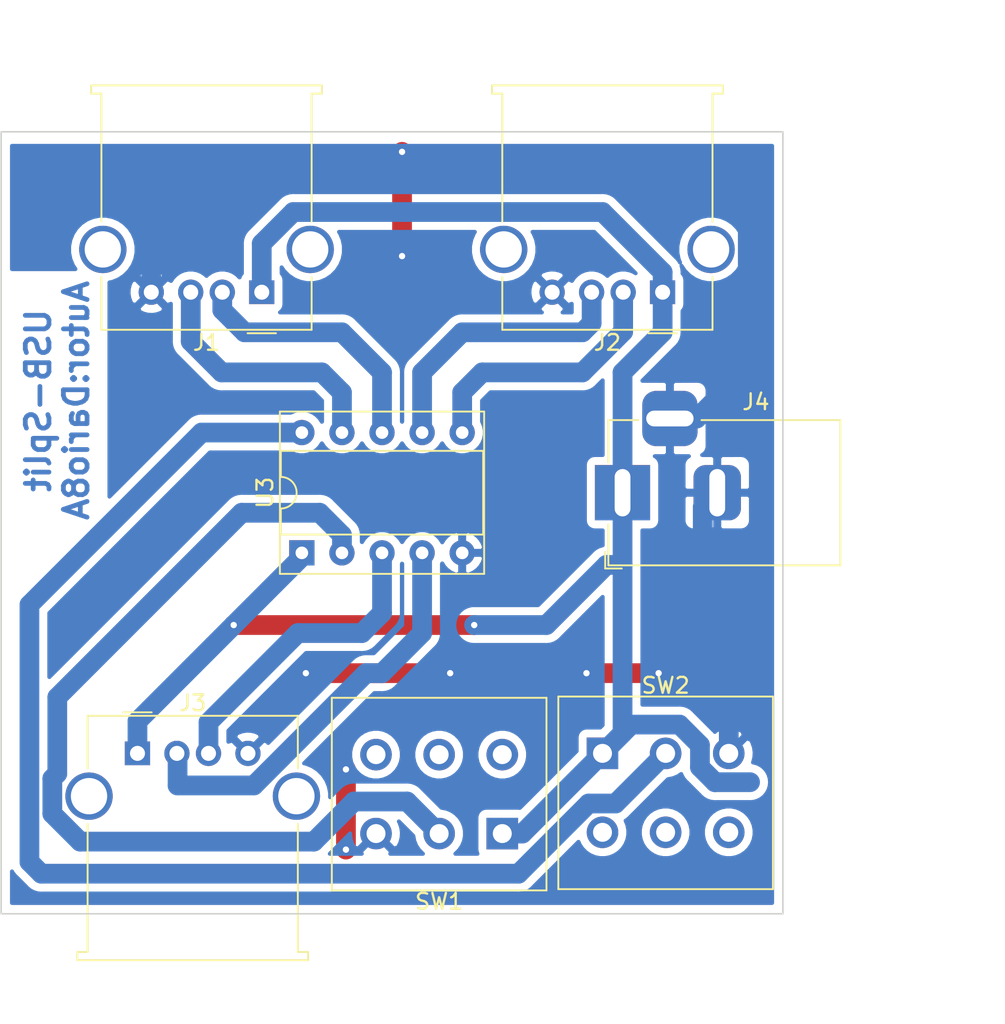
<source format=kicad_pcb>
(kicad_pcb (version 20171130) (host pcbnew "(5.1.6)-1")

  (general
    (thickness 1.6)
    (drawings 8)
    (tracks 105)
    (zones 0)
    (modules 7)
    (nets 20)
  )

  (page A4)
  (layers
    (0 F.Cu signal)
    (31 B.Cu signal)
    (32 B.Adhes user)
    (33 F.Adhes user)
    (34 B.Paste user)
    (35 F.Paste user)
    (36 B.SilkS user)
    (37 F.SilkS user)
    (38 B.Mask user)
    (39 F.Mask user)
    (40 Dwgs.User user)
    (41 Cmts.User user)
    (42 Eco1.User user)
    (43 Eco2.User user)
    (44 Edge.Cuts user)
    (45 Margin user)
    (46 B.CrtYd user)
    (47 F.CrtYd user)
    (48 B.Fab user)
    (49 F.Fab user)
  )

  (setup
    (last_trace_width 1.25)
    (user_trace_width 1.25)
    (trace_clearance 0.2)
    (zone_clearance 0.508)
    (zone_45_only no)
    (trace_min 0.2)
    (via_size 0.8)
    (via_drill 0.4)
    (via_min_size 0.4)
    (via_min_drill 0.3)
    (uvia_size 0.3)
    (uvia_drill 0.1)
    (uvias_allowed no)
    (uvia_min_size 0.2)
    (uvia_min_drill 0.1)
    (edge_width 0.1)
    (segment_width 0.2)
    (pcb_text_width 0.3)
    (pcb_text_size 1.5 1.5)
    (mod_edge_width 0.15)
    (mod_text_size 1 1)
    (mod_text_width 0.15)
    (pad_size 1.524 1.524)
    (pad_drill 0.762)
    (pad_to_mask_clearance 0)
    (aux_axis_origin 0 0)
    (visible_elements FFFFFF7F)
    (pcbplotparams
      (layerselection 0x010fc_ffffffff)
      (usegerberextensions false)
      (usegerberattributes true)
      (usegerberadvancedattributes true)
      (creategerberjobfile true)
      (excludeedgelayer true)
      (linewidth 0.100000)
      (plotframeref false)
      (viasonmask false)
      (mode 1)
      (useauxorigin false)
      (hpglpennumber 1)
      (hpglpenspeed 20)
      (hpglpendiameter 15.000000)
      (psnegative false)
      (psa4output false)
      (plotreference true)
      (plotvalue true)
      (plotinvisibletext false)
      (padsonsilk false)
      (subtractmaskfromsilk false)
      (outputformat 1)
      (mirror false)
      (drillshape 1)
      (scaleselection 1)
      (outputdirectory ""))
  )

  (net 0 "")
  (net 1 "Net-(J1-Pad5)")
  (net 2 VDD)
  (net 3 "Net-(J1-Pad2)")
  (net 4 "Net-(J1-Pad3)")
  (net 5 Earth)
  (net 6 "Net-(J2-Pad5)")
  (net 7 "Net-(J2-Pad2)")
  (net 8 "Net-(J2-Pad3)")
  (net 9 "Net-(J3-Pad3)")
  (net 10 "Net-(J3-Pad2)")
  (net 11 "Net-(J3-Pad5)")
  (net 12 "Net-(SW1-Pad2)")
  (net 13 "Net-(SW1-Pad4)")
  (net 14 "Net-(SW1-Pad5)")
  (net 15 "Net-(SW1-Pad6)")
  (net 16 "Net-(SW2-Pad6)")
  (net 17 "Net-(SW2-Pad5)")
  (net 18 "Net-(SW2-Pad4)")
  (net 19 "Net-(SW2-Pad2)")

  (net_class Default "Esta es la clase de red por defecto."
    (clearance 0.2)
    (trace_width 0.25)
    (via_dia 0.8)
    (via_drill 0.4)
    (uvia_dia 0.3)
    (uvia_drill 0.1)
    (add_net Earth)
    (add_net "Net-(J1-Pad2)")
    (add_net "Net-(J1-Pad3)")
    (add_net "Net-(J1-Pad5)")
    (add_net "Net-(J2-Pad2)")
    (add_net "Net-(J2-Pad3)")
    (add_net "Net-(J2-Pad5)")
    (add_net "Net-(J3-Pad2)")
    (add_net "Net-(J3-Pad3)")
    (add_net "Net-(J3-Pad5)")
    (add_net "Net-(SW1-Pad2)")
    (add_net "Net-(SW1-Pad4)")
    (add_net "Net-(SW1-Pad5)")
    (add_net "Net-(SW1-Pad6)")
    (add_net "Net-(SW2-Pad2)")
    (add_net "Net-(SW2-Pad4)")
    (add_net "Net-(SW2-Pad5)")
    (add_net "Net-(SW2-Pad6)")
    (add_net VDD)
  )

  (module Connector_USB:USB_A_Molex_67643_Horizontal (layer F.Cu) (tedit 5EA03975) (tstamp 5F9A0DB8)
    (at 46.736 76.2)
    (descr "USB type A, Horizontal, https://www.molex.com/pdm_docs/sd/676433910_sd.pdf")
    (tags "USB_A Female Connector receptacle")
    (path /5F3E4751)
    (fp_text reference J3 (at 3.5 -3.19) (layer F.SilkS)
      (effects (font (size 1 1) (thickness 0.15)))
    )
    (fp_text value USB_A (at 3.5 14.5) (layer F.Fab)
      (effects (font (size 1 1) (thickness 0.15)))
    )
    (fp_arc (start 10.07 2.71) (end 10.55 4.66) (angle -152.3426981) (layer F.CrtYd) (width 0.05))
    (fp_arc (start -3.07 2.71) (end -3.55 0.76) (angle -152.3426981) (layer F.CrtYd) (width 0.05))
    (fp_text user %R (at 3.5 3.7) (layer F.Fab)
      (effects (font (size 1 1) (thickness 0.15)))
    )
    (fp_line (start -3.05 -2.27) (end 10.05 -2.27) (layer F.Fab) (width 0.1))
    (fp_line (start 10.05 -2.27) (end 10.05 12.69) (layer F.Fab) (width 0.1))
    (fp_line (start -3.16 12.58) (end -3.16 4.47) (layer F.SilkS) (width 0.12))
    (fp_line (start -3.16 12.58) (end -3.81 12.58) (layer F.SilkS) (width 0.12))
    (fp_line (start -3.7 12.69) (end -3.7 12.99) (layer F.Fab) (width 0.1))
    (fp_line (start -3.7 12.99) (end 10.7 12.99) (layer F.Fab) (width 0.1))
    (fp_line (start 10.7 12.99) (end 10.7 12.69) (layer F.Fab) (width 0.1))
    (fp_line (start 10.7 12.69) (end 10.05 12.69) (layer F.Fab) (width 0.1))
    (fp_line (start -3.05 9.27) (end 10.05 9.27) (layer F.Fab) (width 0.1))
    (fp_line (start -3.55 -2.77) (end 10.55 -2.77) (layer F.CrtYd) (width 0.05))
    (fp_line (start 10.55 -2.77) (end 10.55 0.76) (layer F.CrtYd) (width 0.05))
    (fp_line (start -3.55 -2.77) (end -3.55 0.76) (layer F.CrtYd) (width 0.05))
    (fp_line (start -4.2 13.49) (end 11.2 13.49) (layer F.CrtYd) (width 0.05))
    (fp_line (start 11.2 13.49) (end 11.2 12.19) (layer F.CrtYd) (width 0.05))
    (fp_line (start 11.2 12.19) (end 10.55 12.19) (layer F.CrtYd) (width 0.05))
    (fp_line (start 10.55 12.19) (end 10.55 4.66) (layer F.CrtYd) (width 0.05))
    (fp_line (start -4.2 13.49) (end -4.2 12.19) (layer F.CrtYd) (width 0.05))
    (fp_line (start -4.2 12.19) (end -3.55 12.19) (layer F.CrtYd) (width 0.05))
    (fp_line (start -3.55 12.19) (end -3.55 4.66) (layer F.CrtYd) (width 0.05))
    (fp_line (start -3.16 -2.38) (end 10.16 -2.38) (layer F.SilkS) (width 0.12))
    (fp_line (start -3.16 -2.38) (end -3.16 0.95) (layer F.SilkS) (width 0.12))
    (fp_line (start 10.16 -2.38) (end 10.16 0.95) (layer F.SilkS) (width 0.12))
    (fp_line (start -3.05 12.69) (end -3.05 -2.27) (layer F.Fab) (width 0.1))
    (fp_line (start 10.81 13.1) (end 10.81 12.58) (layer F.SilkS) (width 0.12))
    (fp_line (start -3.81 13.1) (end 10.81 13.1) (layer F.SilkS) (width 0.12))
    (fp_line (start 10.16 4.47) (end 10.16 12.58) (layer F.SilkS) (width 0.12))
    (fp_line (start -3.81 12.58) (end -3.81 13.1) (layer F.SilkS) (width 0.12))
    (fp_line (start 10.81 12.58) (end 10.16 12.58) (layer F.SilkS) (width 0.12))
    (fp_line (start -3.05 12.69) (end -3.7 12.69) (layer F.Fab) (width 0.1))
    (fp_line (start -0.9 -2.6) (end 0.9 -2.6) (layer F.SilkS) (width 0.12))
    (fp_line (start -1 -2.27) (end 0 -1.27) (layer F.Fab) (width 0.1))
    (fp_line (start 0 -1.27) (end 1 -2.27) (layer F.Fab) (width 0.1))
    (pad 4 thru_hole circle (at 7 0) (size 1.6 1.6) (drill 0.95) (layers *.Cu *.Mask)
      (net 5 Earth))
    (pad 3 thru_hole circle (at 4.5 0) (size 1.6 1.6) (drill 0.95) (layers *.Cu *.Mask)
      (net 9 "Net-(J3-Pad3)"))
    (pad 2 thru_hole circle (at 2.5 0) (size 1.6 1.6) (drill 0.95) (layers *.Cu *.Mask)
      (net 10 "Net-(J3-Pad2)"))
    (pad 1 thru_hole rect (at 0 0) (size 1.6 1.5) (drill 0.95) (layers *.Cu *.Mask)
      (net 2 VDD))
    (pad 5 thru_hole circle (at 10.07 2.71) (size 3 3) (drill 2.3) (layers *.Cu *.Mask)
      (net 11 "Net-(J3-Pad5)"))
    (pad 5 thru_hole circle (at -3.07 2.71) (size 3 3) (drill 2.3) (layers *.Cu *.Mask)
      (net 11 "Net-(J3-Pad5)"))
    (model ${KISYS3DMOD}/Connector_USB.3dshapes/USB_A_Molex_67643_Horizontal.wrl
      (at (xyz 0 0 0))
      (scale (xyz 1 1 1))
      (rotate (xyz 0 0 0))
    )
  )

  (module Connector_USB:USB_A_Molex_67643_Horizontal (layer F.Cu) (tedit 5EA03975) (tstamp 5F9A0EC0)
    (at 54.61 46.99 180)
    (descr "USB type A, Horizontal, https://www.molex.com/pdm_docs/sd/676433910_sd.pdf")
    (tags "USB_A Female Connector receptacle")
    (path /5F3E2BDD)
    (fp_text reference J1 (at 3.5 -3.19) (layer F.SilkS)
      (effects (font (size 1 1) (thickness 0.15)))
    )
    (fp_text value USB_A (at 3.5 14.5) (layer F.Fab)
      (effects (font (size 1 1) (thickness 0.15)))
    )
    (fp_line (start 0 -1.27) (end 1 -2.27) (layer F.Fab) (width 0.1))
    (fp_line (start -1 -2.27) (end 0 -1.27) (layer F.Fab) (width 0.1))
    (fp_line (start -0.9 -2.6) (end 0.9 -2.6) (layer F.SilkS) (width 0.12))
    (fp_line (start -3.05 12.69) (end -3.7 12.69) (layer F.Fab) (width 0.1))
    (fp_line (start 10.81 12.58) (end 10.16 12.58) (layer F.SilkS) (width 0.12))
    (fp_line (start -3.81 12.58) (end -3.81 13.1) (layer F.SilkS) (width 0.12))
    (fp_line (start 10.16 4.47) (end 10.16 12.58) (layer F.SilkS) (width 0.12))
    (fp_line (start -3.81 13.1) (end 10.81 13.1) (layer F.SilkS) (width 0.12))
    (fp_line (start 10.81 13.1) (end 10.81 12.58) (layer F.SilkS) (width 0.12))
    (fp_line (start -3.05 12.69) (end -3.05 -2.27) (layer F.Fab) (width 0.1))
    (fp_line (start 10.16 -2.38) (end 10.16 0.95) (layer F.SilkS) (width 0.12))
    (fp_line (start -3.16 -2.38) (end -3.16 0.95) (layer F.SilkS) (width 0.12))
    (fp_line (start -3.16 -2.38) (end 10.16 -2.38) (layer F.SilkS) (width 0.12))
    (fp_line (start -3.55 12.19) (end -3.55 4.66) (layer F.CrtYd) (width 0.05))
    (fp_line (start -4.2 12.19) (end -3.55 12.19) (layer F.CrtYd) (width 0.05))
    (fp_line (start -4.2 13.49) (end -4.2 12.19) (layer F.CrtYd) (width 0.05))
    (fp_line (start 10.55 12.19) (end 10.55 4.66) (layer F.CrtYd) (width 0.05))
    (fp_line (start 11.2 12.19) (end 10.55 12.19) (layer F.CrtYd) (width 0.05))
    (fp_line (start 11.2 13.49) (end 11.2 12.19) (layer F.CrtYd) (width 0.05))
    (fp_line (start -4.2 13.49) (end 11.2 13.49) (layer F.CrtYd) (width 0.05))
    (fp_line (start -3.55 -2.77) (end -3.55 0.76) (layer F.CrtYd) (width 0.05))
    (fp_line (start 10.55 -2.77) (end 10.55 0.76) (layer F.CrtYd) (width 0.05))
    (fp_line (start -3.55 -2.77) (end 10.55 -2.77) (layer F.CrtYd) (width 0.05))
    (fp_line (start -3.05 9.27) (end 10.05 9.27) (layer F.Fab) (width 0.1))
    (fp_line (start 10.7 12.69) (end 10.05 12.69) (layer F.Fab) (width 0.1))
    (fp_line (start 10.7 12.99) (end 10.7 12.69) (layer F.Fab) (width 0.1))
    (fp_line (start -3.7 12.99) (end 10.7 12.99) (layer F.Fab) (width 0.1))
    (fp_line (start -3.7 12.69) (end -3.7 12.99) (layer F.Fab) (width 0.1))
    (fp_line (start -3.16 12.58) (end -3.81 12.58) (layer F.SilkS) (width 0.12))
    (fp_line (start -3.16 12.58) (end -3.16 4.47) (layer F.SilkS) (width 0.12))
    (fp_line (start 10.05 -2.27) (end 10.05 12.69) (layer F.Fab) (width 0.1))
    (fp_line (start -3.05 -2.27) (end 10.05 -2.27) (layer F.Fab) (width 0.1))
    (fp_text user %R (at 3.5 3.7) (layer F.Fab)
      (effects (font (size 1 1) (thickness 0.15)))
    )
    (fp_arc (start -3.07 2.71) (end -3.55 0.76) (angle -152.3426981) (layer F.CrtYd) (width 0.05))
    (fp_arc (start 10.07 2.71) (end 10.55 4.66) (angle -152.3426981) (layer F.CrtYd) (width 0.05))
    (pad 5 thru_hole circle (at -3.07 2.71 180) (size 3 3) (drill 2.3) (layers *.Cu *.Mask)
      (net 1 "Net-(J1-Pad5)"))
    (pad 5 thru_hole circle (at 10.07 2.71 180) (size 3 3) (drill 2.3) (layers *.Cu *.Mask)
      (net 1 "Net-(J1-Pad5)"))
    (pad 1 thru_hole rect (at 0 0 180) (size 1.6 1.5) (drill 0.95) (layers *.Cu *.Mask)
      (net 2 VDD))
    (pad 2 thru_hole circle (at 2.5 0 180) (size 1.6 1.6) (drill 0.95) (layers *.Cu *.Mask)
      (net 3 "Net-(J1-Pad2)"))
    (pad 3 thru_hole circle (at 4.5 0 180) (size 1.6 1.6) (drill 0.95) (layers *.Cu *.Mask)
      (net 4 "Net-(J1-Pad3)"))
    (pad 4 thru_hole circle (at 7 0 180) (size 1.6 1.6) (drill 0.95) (layers *.Cu *.Mask)
      (net 5 Earth))
    (model ${KISYS3DMOD}/Connector_USB.3dshapes/USB_A_Molex_67643_Horizontal.wrl
      (at (xyz 0 0 0))
      (scale (xyz 1 1 1))
      (rotate (xyz 0 0 0))
    )
  )

  (module Connector_USB:USB_A_Molex_67643_Horizontal (layer F.Cu) (tedit 5EA03975) (tstamp 5F9A0E3C)
    (at 80.01 46.99 180)
    (descr "USB type A, Horizontal, https://www.molex.com/pdm_docs/sd/676433910_sd.pdf")
    (tags "USB_A Female Connector receptacle")
    (path /5F3EFF0B)
    (fp_text reference J2 (at 3.5 -3.19) (layer F.SilkS)
      (effects (font (size 1 1) (thickness 0.15)))
    )
    (fp_text value USB_A (at 3.5 14.5) (layer F.Fab)
      (effects (font (size 1 1) (thickness 0.15)))
    )
    (fp_line (start 0 -1.27) (end 1 -2.27) (layer F.Fab) (width 0.1))
    (fp_line (start -1 -2.27) (end 0 -1.27) (layer F.Fab) (width 0.1))
    (fp_line (start -0.9 -2.6) (end 0.9 -2.6) (layer F.SilkS) (width 0.12))
    (fp_line (start -3.05 12.69) (end -3.7 12.69) (layer F.Fab) (width 0.1))
    (fp_line (start 10.81 12.58) (end 10.16 12.58) (layer F.SilkS) (width 0.12))
    (fp_line (start -3.81 12.58) (end -3.81 13.1) (layer F.SilkS) (width 0.12))
    (fp_line (start 10.16 4.47) (end 10.16 12.58) (layer F.SilkS) (width 0.12))
    (fp_line (start -3.81 13.1) (end 10.81 13.1) (layer F.SilkS) (width 0.12))
    (fp_line (start 10.81 13.1) (end 10.81 12.58) (layer F.SilkS) (width 0.12))
    (fp_line (start -3.05 12.69) (end -3.05 -2.27) (layer F.Fab) (width 0.1))
    (fp_line (start 10.16 -2.38) (end 10.16 0.95) (layer F.SilkS) (width 0.12))
    (fp_line (start -3.16 -2.38) (end -3.16 0.95) (layer F.SilkS) (width 0.12))
    (fp_line (start -3.16 -2.38) (end 10.16 -2.38) (layer F.SilkS) (width 0.12))
    (fp_line (start -3.55 12.19) (end -3.55 4.66) (layer F.CrtYd) (width 0.05))
    (fp_line (start -4.2 12.19) (end -3.55 12.19) (layer F.CrtYd) (width 0.05))
    (fp_line (start -4.2 13.49) (end -4.2 12.19) (layer F.CrtYd) (width 0.05))
    (fp_line (start 10.55 12.19) (end 10.55 4.66) (layer F.CrtYd) (width 0.05))
    (fp_line (start 11.2 12.19) (end 10.55 12.19) (layer F.CrtYd) (width 0.05))
    (fp_line (start 11.2 13.49) (end 11.2 12.19) (layer F.CrtYd) (width 0.05))
    (fp_line (start -4.2 13.49) (end 11.2 13.49) (layer F.CrtYd) (width 0.05))
    (fp_line (start -3.55 -2.77) (end -3.55 0.76) (layer F.CrtYd) (width 0.05))
    (fp_line (start 10.55 -2.77) (end 10.55 0.76) (layer F.CrtYd) (width 0.05))
    (fp_line (start -3.55 -2.77) (end 10.55 -2.77) (layer F.CrtYd) (width 0.05))
    (fp_line (start -3.05 9.27) (end 10.05 9.27) (layer F.Fab) (width 0.1))
    (fp_line (start 10.7 12.69) (end 10.05 12.69) (layer F.Fab) (width 0.1))
    (fp_line (start 10.7 12.99) (end 10.7 12.69) (layer F.Fab) (width 0.1))
    (fp_line (start -3.7 12.99) (end 10.7 12.99) (layer F.Fab) (width 0.1))
    (fp_line (start -3.7 12.69) (end -3.7 12.99) (layer F.Fab) (width 0.1))
    (fp_line (start -3.16 12.58) (end -3.81 12.58) (layer F.SilkS) (width 0.12))
    (fp_line (start -3.16 12.58) (end -3.16 4.47) (layer F.SilkS) (width 0.12))
    (fp_line (start 10.05 -2.27) (end 10.05 12.69) (layer F.Fab) (width 0.1))
    (fp_line (start -3.05 -2.27) (end 10.05 -2.27) (layer F.Fab) (width 0.1))
    (fp_text user %R (at 3.5 3.7) (layer F.Fab)
      (effects (font (size 1 1) (thickness 0.15)))
    )
    (fp_arc (start -3.07 2.71) (end -3.55 0.76) (angle -152.3426981) (layer F.CrtYd) (width 0.05))
    (fp_arc (start 10.07 2.71) (end 10.55 4.66) (angle -152.3426981) (layer F.CrtYd) (width 0.05))
    (pad 5 thru_hole circle (at -3.07 2.71 180) (size 3 3) (drill 2.3) (layers *.Cu *.Mask)
      (net 6 "Net-(J2-Pad5)"))
    (pad 5 thru_hole circle (at 10.07 2.71 180) (size 3 3) (drill 2.3) (layers *.Cu *.Mask)
      (net 6 "Net-(J2-Pad5)"))
    (pad 1 thru_hole rect (at 0 0 180) (size 1.6 1.5) (drill 0.95) (layers *.Cu *.Mask)
      (net 2 VDD))
    (pad 2 thru_hole circle (at 2.5 0 180) (size 1.6 1.6) (drill 0.95) (layers *.Cu *.Mask)
      (net 7 "Net-(J2-Pad2)"))
    (pad 3 thru_hole circle (at 4.5 0 180) (size 1.6 1.6) (drill 0.95) (layers *.Cu *.Mask)
      (net 8 "Net-(J2-Pad3)"))
    (pad 4 thru_hole circle (at 7 0 180) (size 1.6 1.6) (drill 0.95) (layers *.Cu *.Mask)
      (net 5 Earth))
    (model ${KISYS3DMOD}/Connector_USB.3dshapes/USB_A_Molex_67643_Horizontal.wrl
      (at (xyz 0 0 0))
      (scale (xyz 1 1 1))
      (rotate (xyz 0 0 0))
    )
  )

  (module Connector_BarrelJack:BarrelJack_Horizontal (layer F.Cu) (tedit 5A1DBF6A) (tstamp 5F9A0D48)
    (at 77.47 59.69 180)
    (descr "DC Barrel Jack")
    (tags "Power Jack")
    (path /5F99CECB)
    (fp_text reference J4 (at -8.45 5.75) (layer F.SilkS)
      (effects (font (size 1 1) (thickness 0.15)))
    )
    (fp_text value Barrel_Jack_Switch (at -6.2 -5.5) (layer F.Fab)
      (effects (font (size 1 1) (thickness 0.15)))
    )
    (fp_line (start 0 -4.5) (end -13.7 -4.5) (layer F.Fab) (width 0.1))
    (fp_line (start 0.8 4.5) (end 0.8 -3.75) (layer F.Fab) (width 0.1))
    (fp_line (start -13.7 4.5) (end 0.8 4.5) (layer F.Fab) (width 0.1))
    (fp_line (start -13.7 -4.5) (end -13.7 4.5) (layer F.Fab) (width 0.1))
    (fp_line (start -10.2 -4.5) (end -10.2 4.5) (layer F.Fab) (width 0.1))
    (fp_line (start 0.9 -4.6) (end 0.9 -2) (layer F.SilkS) (width 0.12))
    (fp_line (start -13.8 -4.6) (end 0.9 -4.6) (layer F.SilkS) (width 0.12))
    (fp_line (start 0.9 4.6) (end -1 4.6) (layer F.SilkS) (width 0.12))
    (fp_line (start 0.9 1.9) (end 0.9 4.6) (layer F.SilkS) (width 0.12))
    (fp_line (start -13.8 4.6) (end -13.8 -4.6) (layer F.SilkS) (width 0.12))
    (fp_line (start -5 4.6) (end -13.8 4.6) (layer F.SilkS) (width 0.12))
    (fp_line (start -14 4.75) (end -14 -4.75) (layer F.CrtYd) (width 0.05))
    (fp_line (start -5 4.75) (end -14 4.75) (layer F.CrtYd) (width 0.05))
    (fp_line (start -5 6.75) (end -5 4.75) (layer F.CrtYd) (width 0.05))
    (fp_line (start -1 6.75) (end -5 6.75) (layer F.CrtYd) (width 0.05))
    (fp_line (start -1 4.75) (end -1 6.75) (layer F.CrtYd) (width 0.05))
    (fp_line (start 1 4.75) (end -1 4.75) (layer F.CrtYd) (width 0.05))
    (fp_line (start 1 2) (end 1 4.75) (layer F.CrtYd) (width 0.05))
    (fp_line (start 2 2) (end 1 2) (layer F.CrtYd) (width 0.05))
    (fp_line (start 2 -2) (end 2 2) (layer F.CrtYd) (width 0.05))
    (fp_line (start 1 -2) (end 2 -2) (layer F.CrtYd) (width 0.05))
    (fp_line (start 1 -4.5) (end 1 -2) (layer F.CrtYd) (width 0.05))
    (fp_line (start 1 -4.75) (end -14 -4.75) (layer F.CrtYd) (width 0.05))
    (fp_line (start 1 -4.5) (end 1 -4.75) (layer F.CrtYd) (width 0.05))
    (fp_line (start 0.05 -4.8) (end 1.1 -4.8) (layer F.SilkS) (width 0.12))
    (fp_line (start 1.1 -3.75) (end 1.1 -4.8) (layer F.SilkS) (width 0.12))
    (fp_line (start -0.003213 -4.505425) (end 0.8 -3.75) (layer F.Fab) (width 0.1))
    (fp_text user %R (at -3 -2.95) (layer F.Fab)
      (effects (font (size 1 1) (thickness 0.15)))
    )
    (pad 1 thru_hole rect (at 0 0 180) (size 3.5 3.5) (drill oval 1 3) (layers *.Cu *.Mask)
      (net 2 VDD))
    (pad 2 thru_hole roundrect (at -6 0 180) (size 3 3.5) (drill oval 1 3) (layers *.Cu *.Mask) (roundrect_rratio 0.25)
      (net 5 Earth))
    (pad 3 thru_hole roundrect (at -3 4.7 180) (size 3.5 3.5) (drill oval 3 1) (layers *.Cu *.Mask) (roundrect_rratio 0.25)
      (net 5 Earth))
    (model ${KISYS3DMOD}/Connector_BarrelJack.3dshapes/BarrelJack_Horizontal.wrl
      (at (xyz 0 0 0))
      (scale (xyz 1 1 1))
      (rotate (xyz 0 0 0))
    )
  )

  (module Button_Switch_THT:SW_PUSH_E-Switch_FS5700DP_DPDT (layer F.Cu) (tedit 5AF0DA89) (tstamp 5F9A0CF8)
    (at 69.85 81.28 180)
    (descr "FS5700 series pushbutton footswitch, DPDT, https://www.e-switch.com/system/asset/product_line/data_sheet/226/FS5700.pdf")
    (tags "switch DPDT footswitch")
    (path /5F99CE3B)
    (fp_text reference SW1 (at 4 -4.3) (layer F.SilkS)
      (effects (font (size 1 1) (thickness 0.15)))
    )
    (fp_text value SW_Push_DPDT (at 4 9.5) (layer F.Fab)
      (effects (font (size 1 1) (thickness 0.15)))
    )
    (fp_circle (center 4 2.5) (end 10 2.6) (layer F.Fab) (width 0.1))
    (fp_line (start -2.7 8.5) (end -2.7 -3.5) (layer F.Fab) (width 0.1))
    (fp_line (start 10.7 8.5) (end -2.7 8.5) (layer F.Fab) (width 0.1))
    (fp_line (start 10.7 -3.5) (end 10.7 8.5) (layer F.Fab) (width 0.1))
    (fp_line (start -2.7 -3.5) (end 10.7 -3.5) (layer F.Fab) (width 0.1))
    (fp_line (start -2.8 -3.6) (end -2.8 8.6) (layer F.SilkS) (width 0.12))
    (fp_line (start 10.8 8.6) (end -2.8 8.6) (layer F.SilkS) (width 0.12))
    (fp_line (start 10.8 8.6) (end 10.8 -3.6) (layer F.SilkS) (width 0.12))
    (fp_line (start -2.8 -3.6) (end 10.8 -3.6) (layer F.SilkS) (width 0.12))
    (fp_line (start -2.95 -3.75) (end 10.95 -3.75) (layer F.CrtYd) (width 0.05))
    (fp_line (start 10.95 -3.75) (end 10.95 8.75) (layer F.CrtYd) (width 0.05))
    (fp_line (start 10.95 8.75) (end -2.95 8.75) (layer F.CrtYd) (width 0.05))
    (fp_line (start -2.95 8.75) (end -2.95 -3.75) (layer F.CrtYd) (width 0.05))
    (fp_text user %R (at 4 2.5) (layer F.Fab)
      (effects (font (size 1 1) (thickness 0.15)))
    )
    (pad 1 thru_hole rect (at 0 0 180) (size 2 2) (drill 1.2) (layers *.Cu *.Mask)
      (net 2 VDD))
    (pad 2 thru_hole circle (at 4 0 180) (size 2 2) (drill 1.2) (layers *.Cu *.Mask)
      (net 12 "Net-(SW1-Pad2)"))
    (pad 3 thru_hole circle (at 8 0 180) (size 2 2) (drill 1.2) (layers *.Cu *.Mask)
      (net 5 Earth))
    (pad 4 thru_hole circle (at 0 5 180) (size 2 2) (drill 1.2) (layers *.Cu *.Mask)
      (net 13 "Net-(SW1-Pad4)"))
    (pad 5 thru_hole circle (at 4 5 180) (size 2 2) (drill 1.2) (layers *.Cu *.Mask)
      (net 14 "Net-(SW1-Pad5)"))
    (pad 6 thru_hole circle (at 8 5 180) (size 2 2) (drill 1.2) (layers *.Cu *.Mask)
      (net 15 "Net-(SW1-Pad6)"))
    (model ${KISYS3DMOD}/Button_Switch_THT.3dshapes/SW_PUSH_E-Switch_FS5700DP_DPDT.wrl
      (at (xyz 0 0 0))
      (scale (xyz 1 1 1))
      (rotate (xyz 0 0 0))
    )
  )

  (module Button_Switch_THT:SW_PUSH_E-Switch_FS5700DP_DPDT (layer F.Cu) (tedit 5AF0DA89) (tstamp 5F9A1223)
    (at 76.2 76.2)
    (descr "FS5700 series pushbutton footswitch, DPDT, https://www.e-switch.com/system/asset/product_line/data_sheet/226/FS5700.pdf")
    (tags "switch DPDT footswitch")
    (path /5F99F2CD)
    (fp_text reference SW2 (at 4 -4.3) (layer F.SilkS)
      (effects (font (size 1 1) (thickness 0.15)))
    )
    (fp_text value SW_Push_DPDT (at 4 9.5) (layer F.Fab)
      (effects (font (size 1 1) (thickness 0.15)))
    )
    (fp_text user %R (at 4 2.5) (layer F.Fab)
      (effects (font (size 1 1) (thickness 0.15)))
    )
    (fp_line (start -2.95 8.75) (end -2.95 -3.75) (layer F.CrtYd) (width 0.05))
    (fp_line (start 10.95 8.75) (end -2.95 8.75) (layer F.CrtYd) (width 0.05))
    (fp_line (start 10.95 -3.75) (end 10.95 8.75) (layer F.CrtYd) (width 0.05))
    (fp_line (start -2.95 -3.75) (end 10.95 -3.75) (layer F.CrtYd) (width 0.05))
    (fp_line (start -2.8 -3.6) (end 10.8 -3.6) (layer F.SilkS) (width 0.12))
    (fp_line (start 10.8 8.6) (end 10.8 -3.6) (layer F.SilkS) (width 0.12))
    (fp_line (start 10.8 8.6) (end -2.8 8.6) (layer F.SilkS) (width 0.12))
    (fp_line (start -2.8 -3.6) (end -2.8 8.6) (layer F.SilkS) (width 0.12))
    (fp_line (start -2.7 -3.5) (end 10.7 -3.5) (layer F.Fab) (width 0.1))
    (fp_line (start 10.7 -3.5) (end 10.7 8.5) (layer F.Fab) (width 0.1))
    (fp_line (start 10.7 8.5) (end -2.7 8.5) (layer F.Fab) (width 0.1))
    (fp_line (start -2.7 8.5) (end -2.7 -3.5) (layer F.Fab) (width 0.1))
    (fp_circle (center 4 2.5) (end 10 2.6) (layer F.Fab) (width 0.1))
    (pad 6 thru_hole circle (at 8 5) (size 2 2) (drill 1.2) (layers *.Cu *.Mask)
      (net 16 "Net-(SW2-Pad6)"))
    (pad 5 thru_hole circle (at 4 5) (size 2 2) (drill 1.2) (layers *.Cu *.Mask)
      (net 17 "Net-(SW2-Pad5)"))
    (pad 4 thru_hole circle (at 0 5) (size 2 2) (drill 1.2) (layers *.Cu *.Mask)
      (net 18 "Net-(SW2-Pad4)"))
    (pad 3 thru_hole circle (at 8 0) (size 2 2) (drill 1.2) (layers *.Cu *.Mask)
      (net 5 Earth))
    (pad 2 thru_hole circle (at 4 0) (size 2 2) (drill 1.2) (layers *.Cu *.Mask)
      (net 19 "Net-(SW2-Pad2)"))
    (pad 1 thru_hole rect (at 0 0) (size 2 2) (drill 1.2) (layers *.Cu *.Mask)
      (net 2 VDD))
    (model ${KISYS3DMOD}/Button_Switch_THT.3dshapes/SW_PUSH_E-Switch_FS5700DP_DPDT.wrl
      (at (xyz 0 0 0))
      (scale (xyz 1 1 1))
      (rotate (xyz 0 0 0))
    )
  )

  (module Package_DIP:DIP-10_W7.62mm_Socket (layer F.Cu) (tedit 5A02E8C5) (tstamp 5F9A0C52)
    (at 57.15 63.5 90)
    (descr "10-lead though-hole mounted DIP package, row spacing 7.62 mm (300 mils), Socket")
    (tags "THT DIP DIL PDIP 2.54mm 7.62mm 300mil Socket")
    (path /5F3E069F)
    (fp_text reference U3 (at 3.81 -2.33 90) (layer F.SilkS)
      (effects (font (size 1 1) (thickness 0.15)))
    )
    (fp_text value FSUSB42MUX (at 3.81 12.49 90) (layer F.Fab)
      (effects (font (size 1 1) (thickness 0.15)))
    )
    (fp_line (start 9.15 -1.6) (end -1.55 -1.6) (layer F.CrtYd) (width 0.05))
    (fp_line (start 9.15 11.75) (end 9.15 -1.6) (layer F.CrtYd) (width 0.05))
    (fp_line (start -1.55 11.75) (end 9.15 11.75) (layer F.CrtYd) (width 0.05))
    (fp_line (start -1.55 -1.6) (end -1.55 11.75) (layer F.CrtYd) (width 0.05))
    (fp_line (start 8.95 -1.39) (end -1.33 -1.39) (layer F.SilkS) (width 0.12))
    (fp_line (start 8.95 11.55) (end 8.95 -1.39) (layer F.SilkS) (width 0.12))
    (fp_line (start -1.33 11.55) (end 8.95 11.55) (layer F.SilkS) (width 0.12))
    (fp_line (start -1.33 -1.39) (end -1.33 11.55) (layer F.SilkS) (width 0.12))
    (fp_line (start 6.46 -1.33) (end 4.81 -1.33) (layer F.SilkS) (width 0.12))
    (fp_line (start 6.46 11.49) (end 6.46 -1.33) (layer F.SilkS) (width 0.12))
    (fp_line (start 1.16 11.49) (end 6.46 11.49) (layer F.SilkS) (width 0.12))
    (fp_line (start 1.16 -1.33) (end 1.16 11.49) (layer F.SilkS) (width 0.12))
    (fp_line (start 2.81 -1.33) (end 1.16 -1.33) (layer F.SilkS) (width 0.12))
    (fp_line (start 8.89 -1.33) (end -1.27 -1.33) (layer F.Fab) (width 0.1))
    (fp_line (start 8.89 11.49) (end 8.89 -1.33) (layer F.Fab) (width 0.1))
    (fp_line (start -1.27 11.49) (end 8.89 11.49) (layer F.Fab) (width 0.1))
    (fp_line (start -1.27 -1.33) (end -1.27 11.49) (layer F.Fab) (width 0.1))
    (fp_line (start 0.635 -0.27) (end 1.635 -1.27) (layer F.Fab) (width 0.1))
    (fp_line (start 0.635 11.43) (end 0.635 -0.27) (layer F.Fab) (width 0.1))
    (fp_line (start 6.985 11.43) (end 0.635 11.43) (layer F.Fab) (width 0.1))
    (fp_line (start 6.985 -1.27) (end 6.985 11.43) (layer F.Fab) (width 0.1))
    (fp_line (start 1.635 -1.27) (end 6.985 -1.27) (layer F.Fab) (width 0.1))
    (fp_arc (start 3.81 -1.33) (end 2.81 -1.33) (angle -180) (layer F.SilkS) (width 0.12))
    (fp_text user %R (at 3.81 5.08 90) (layer F.Fab)
      (effects (font (size 1 1) (thickness 0.15)))
    )
    (pad 1 thru_hole rect (at 0 0 90) (size 1.6 1.6) (drill 0.8) (layers *.Cu *.Mask)
      (net 2 VDD))
    (pad 6 thru_hole oval (at 7.62 10.16 90) (size 1.6 1.6) (drill 0.8) (layers *.Cu *.Mask)
      (net 7 "Net-(J2-Pad2)"))
    (pad 2 thru_hole oval (at 0 2.54 90) (size 1.6 1.6) (drill 0.8) (layers *.Cu *.Mask)
      (net 12 "Net-(SW1-Pad2)"))
    (pad 7 thru_hole oval (at 7.62 7.62 90) (size 1.6 1.6) (drill 0.8) (layers *.Cu *.Mask)
      (net 8 "Net-(J2-Pad3)"))
    (pad 3 thru_hole oval (at 0 5.08 90) (size 1.6 1.6) (drill 0.8) (layers *.Cu *.Mask)
      (net 9 "Net-(J3-Pad3)"))
    (pad 8 thru_hole oval (at 7.62 5.08 90) (size 1.6 1.6) (drill 0.8) (layers *.Cu *.Mask)
      (net 3 "Net-(J1-Pad2)"))
    (pad 4 thru_hole oval (at 0 7.62 90) (size 1.6 1.6) (drill 0.8) (layers *.Cu *.Mask)
      (net 10 "Net-(J3-Pad2)"))
    (pad 9 thru_hole oval (at 7.62 2.54 90) (size 1.6 1.6) (drill 0.8) (layers *.Cu *.Mask)
      (net 4 "Net-(J1-Pad3)"))
    (pad 5 thru_hole oval (at 0 10.16 90) (size 1.6 1.6) (drill 0.8) (layers *.Cu *.Mask)
      (net 5 Earth))
    (pad 10 thru_hole oval (at 7.62 0 90) (size 1.6 1.6) (drill 0.8) (layers *.Cu *.Mask)
      (net 19 "Net-(SW2-Pad2)"))
    (model ${KISYS3DMOD}/Package_DIP.3dshapes/DIP-10_W7.62mm_Socket.wrl
      (at (xyz 0 0 0))
      (scale (xyz 1 1 1))
      (rotate (xyz 0 0 0))
    )
  )

  (gr_text "USB-Split\nAutor:Dario8A" (at 41.656 53.848 90) (layer B.Cu)
    (effects (font (size 1.5 1.5) (thickness 0.3)) (justify mirror))
  )
  (gr_line (start 38.1 86.36) (end 38.1 36.83) (layer Edge.Cuts) (width 0.1) (tstamp 5F9A0F41))
  (gr_line (start 87.63 86.36) (end 38.1 86.36) (layer Edge.Cuts) (width 0.1))
  (gr_line (start 87.63 36.83) (end 87.63 86.36) (layer Edge.Cuts) (width 0.1))
  (gr_line (start 38.1 36.83) (end 87.63 36.83) (layer Edge.Cuts) (width 0.1))
  (dimension 49.53 (width 0.15) (layer Cmts.User)
    (gr_text "49,530 mm" (at 62.865 94.01) (layer Cmts.User)
      (effects (font (size 1 1) (thickness 0.15)))
    )
    (feature1 (pts (xy 38.1 86.36) (xy 38.1 93.296421)))
    (feature2 (pts (xy 87.63 86.36) (xy 87.63 93.296421)))
    (crossbar (pts (xy 87.63 92.71) (xy 38.1 92.71)))
    (arrow1a (pts (xy 38.1 92.71) (xy 39.226504 92.123579)))
    (arrow1b (pts (xy 38.1 92.71) (xy 39.226504 93.296421)))
    (arrow2a (pts (xy 87.63 92.71) (xy 86.503496 92.123579)))
    (arrow2b (pts (xy 87.63 92.71) (xy 86.503496 93.296421)))
  )
  (dimension 49.53 (width 0.15) (layer Cmts.User)
    (gr_text "49,530 mm" (at 100.36 61.595 270) (layer Cmts.User)
      (effects (font (size 1 1) (thickness 0.15)))
    )
    (feature1 (pts (xy 87.63 86.36) (xy 99.646421 86.36)))
    (feature2 (pts (xy 87.63 36.83) (xy 99.646421 36.83)))
    (crossbar (pts (xy 99.06 36.83) (xy 99.06 86.36)))
    (arrow1a (pts (xy 99.06 86.36) (xy 98.473579 85.233496)))
    (arrow1b (pts (xy 99.06 86.36) (xy 99.646421 85.233496)))
    (arrow2a (pts (xy 99.06 36.83) (xy 98.473579 37.956504)))
    (arrow2b (pts (xy 99.06 36.83) (xy 99.646421 37.956504)))
  )
  (dimension 49.53 (width 0.15) (layer Cmts.User)
    (gr_text "49,530 mm" (at 62.865 29.18) (layer Cmts.User)
      (effects (font (size 1 1) (thickness 0.15)))
    )
    (feature1 (pts (xy 87.63 36.83) (xy 87.63 29.893579)))
    (feature2 (pts (xy 38.1 36.83) (xy 38.1 29.893579)))
    (crossbar (pts (xy 38.1 30.48) (xy 87.63 30.48)))
    (arrow1a (pts (xy 87.63 30.48) (xy 86.503496 31.066421)))
    (arrow1b (pts (xy 87.63 30.48) (xy 86.503496 29.893579)))
    (arrow2a (pts (xy 38.1 30.48) (xy 39.226504 31.066421)))
    (arrow2b (pts (xy 38.1 30.48) (xy 39.226504 29.893579)))
  )

  (segment (start 80.01 46.99) (end 80.01 45.72) (width 1.25) (layer B.Cu) (net 2))
  (segment (start 54.61 43.908998) (end 56.608998 41.91) (width 1.25) (layer B.Cu) (net 2))
  (segment (start 54.61 46.99) (end 54.61 43.908998) (width 1.25) (layer B.Cu) (net 2))
  (segment (start 76.2 41.91) (end 80.01 45.72) (width 1.25) (layer B.Cu) (net 2))
  (segment (start 56.608998 41.91) (end 76.2 41.91) (width 1.25) (layer B.Cu) (net 2))
  (segment (start 77.47 59.69) (end 77.47 52.07) (width 1.25) (layer B.Cu) (net 2))
  (segment (start 80.01 49.53) (end 80.01 46.99) (width 1.25) (layer B.Cu) (net 2))
  (segment (start 77.47 52.07) (end 80.01 49.53) (width 1.25) (layer B.Cu) (net 2))
  (segment (start 71.12 81.28) (end 76.2 76.2) (width 1.25) (layer B.Cu) (net 2))
  (segment (start 69.85 81.28) (end 71.12 81.28) (width 1.25) (layer B.Cu) (net 2))
  (segment (start 76.2 76.2) (end 78.025001 74.374999) (width 1.25) (layer B.Cu) (net 2))
  (segment (start 83.323999 78.025001) (end 85.550999 78.025001) (width 1.25) (layer B.Cu) (net 2))
  (segment (start 81.076001 74.374999) (end 82.374999 75.673997) (width 1.25) (layer B.Cu) (net 2))
  (segment (start 82.374999 75.673997) (end 82.374999 77.076001) (width 1.25) (layer B.Cu) (net 2))
  (segment (start 78.025001 74.374999) (end 81.076001 74.374999) (width 1.25) (layer B.Cu) (net 2))
  (segment (start 82.374999 77.076001) (end 83.323999 78.025001) (width 1.25) (layer B.Cu) (net 2))
  (segment (start 77.47 74.93) (end 76.2 76.2) (width 1.25) (layer B.Cu) (net 2))
  (segment (start 77.47 64.262) (end 76.454 64.262) (width 1.25) (layer B.Cu) (net 2))
  (segment (start 77.47 64.262) (end 77.47 74.93) (width 1.25) (layer B.Cu) (net 2))
  (segment (start 77.47 59.69) (end 77.47 64.262) (width 1.25) (layer B.Cu) (net 2))
  (segment (start 76.454 64.262) (end 72.644 68.072) (width 1.25) (layer B.Cu) (net 2))
  (segment (start 72.644 68.072) (end 68.072 68.072) (width 1.25) (layer B.Cu) (net 2))
  (segment (start 57.15 63.5) (end 57.15 63.754) (width 1.25) (layer B.Cu) (net 2))
  (segment (start 46.736 74.168) (end 46.736 76.2) (width 1.25) (layer B.Cu) (net 2))
  (segment (start 57.15 63.754) (end 52.832 68.072) (width 1.25) (layer B.Cu) (net 2))
  (segment (start 68.072 68.072) (end 68.072 68.072) (width 1.25) (layer B.Cu) (net 2) (tstamp 5F9A19D3))
  (via (at 68.072 68.072) (size 0.8) (drill 0.4) (layers F.Cu B.Cu) (net 2))
  (segment (start 52.832 68.072) (end 46.736 74.168) (width 1.25) (layer B.Cu) (net 2) (tstamp 5F9A19D5))
  (via (at 52.832 68.072) (size 0.8) (drill 0.4) (layers F.Cu B.Cu) (net 2))
  (segment (start 52.832 68.072) (end 68.072 68.072) (width 1.25) (layer F.Cu) (net 2))
  (segment (start 52.11 48.12137) (end 53.51863 49.53) (width 1.25) (layer B.Cu) (net 3))
  (segment (start 52.11 46.99) (end 52.11 48.12137) (width 1.25) (layer B.Cu) (net 3))
  (segment (start 53.51863 49.53) (end 59.69 49.53) (width 1.25) (layer B.Cu) (net 3))
  (segment (start 62.23 52.07) (end 62.23 55.88) (width 1.25) (layer B.Cu) (net 3))
  (segment (start 59.69 49.53) (end 62.23 52.07) (width 1.25) (layer B.Cu) (net 3))
  (segment (start 50.11 46.99) (end 50.11 50.11) (width 1.25) (layer B.Cu) (net 4))
  (segment (start 50.11 50.11) (end 52.07 52.07) (width 1.25) (layer B.Cu) (net 4))
  (segment (start 52.07 52.07) (end 58.42 52.07) (width 1.25) (layer B.Cu) (net 4))
  (segment (start 59.69 53.34) (end 59.69 55.88) (width 1.25) (layer B.Cu) (net 4))
  (segment (start 58.42 52.07) (end 59.69 53.34) (width 1.25) (layer B.Cu) (net 4))
  (segment (start 82.17 54.99) (end 85.405001 51.754999) (width 1.25) (layer B.Cu) (net 5))
  (segment (start 47.61 43.83) (end 47.61 46.99) (width 1.25) (layer B.Cu) (net 5))
  (segment (start 52.07 39.37) (end 47.61 43.83) (width 1.25) (layer B.Cu) (net 5))
  (segment (start 80.47 54.99) (end 82.17 54.99) (width 1.25) (layer B.Cu) (net 5))
  (segment (start 85.405001 42.225001) (end 82.55 39.37) (width 1.25) (layer B.Cu) (net 5))
  (segment (start 85.405001 51.754999) (end 85.405001 42.225001) (width 1.25) (layer B.Cu) (net 5))
  (segment (start 82.55 39.37) (end 52.07 39.37) (width 1.25) (layer B.Cu) (net 5))
  (segment (start 82.55 60.61) (end 83.47 59.69) (width 1.25) (layer B.Cu) (net 5))
  (segment (start 82.55 63.5) (end 82.55 60.61) (width 1.25) (layer B.Cu) (net 5))
  (segment (start 84.2 65.15) (end 82.55 63.5) (width 1.25) (layer B.Cu) (net 5))
  (segment (start 84.2 76.2) (end 84.2 65.15) (width 1.25) (layer B.Cu) (net 5))
  (via (at 57.404 71.12) (size 0.8) (drill 0.4) (layers F.Cu B.Cu) (net 5))
  (via (at 66.548 71.12) (size 0.8) (drill 0.4) (layers F.Cu B.Cu) (net 5))
  (segment (start 66.548 71.12) (end 57.404 71.12) (width 1.25) (layer F.Cu) (net 5))
  (via (at 59.944 82.296) (size 0.8) (drill 0.4) (layers F.Cu B.Cu) (net 5))
  (via (at 59.944 77.216) (size 0.8) (drill 0.4) (layers F.Cu B.Cu) (net 5))
  (segment (start 59.944 82.296) (end 59.944 77.216) (width 1.25) (layer F.Cu) (net 5))
  (via (at 63.5 44.704) (size 0.8) (drill 0.4) (layers F.Cu B.Cu) (net 5))
  (via (at 63.5 38.1) (size 0.8) (drill 0.4) (layers F.Cu B.Cu) (net 5))
  (segment (start 63.5 44.704) (end 63.5 38.1) (width 1.25) (layer F.Cu) (net 5))
  (via (at 75.184 71.12) (size 0.8) (drill 0.4) (layers F.Cu B.Cu) (net 5))
  (via (at 79.756 71.12) (size 0.8) (drill 0.4) (layers F.Cu B.Cu) (net 5))
  (segment (start 75.184 71.12) (end 79.756 71.12) (width 1.25) (layer F.Cu) (net 5))
  (segment (start 67.31 55.88) (end 67.31 53.34) (width 1.25) (layer B.Cu) (net 7))
  (segment (start 67.31 53.34) (end 68.58 52.07) (width 1.25) (layer B.Cu) (net 7))
  (segment (start 68.58 52.07) (end 74.93 52.07) (width 1.25) (layer B.Cu) (net 7))
  (segment (start 77.51 49.49) (end 77.51 46.99) (width 1.25) (layer B.Cu) (net 7))
  (segment (start 74.93 52.07) (end 77.51 49.49) (width 1.25) (layer B.Cu) (net 7))
  (segment (start 75.51 46.99) (end 75.51 48.95) (width 1.25) (layer B.Cu) (net 8))
  (segment (start 75.51 48.95) (end 74.93 49.53) (width 1.25) (layer B.Cu) (net 8))
  (segment (start 74.93 49.53) (end 67.31 49.53) (width 1.25) (layer B.Cu) (net 8))
  (segment (start 64.77 52.07) (end 64.77 55.88) (width 1.25) (layer B.Cu) (net 8))
  (segment (start 67.31 49.53) (end 64.77 52.07) (width 1.25) (layer B.Cu) (net 8))
  (segment (start 62.23 63.5) (end 62.23 67.31) (width 1.25) (layer B.Cu) (net 9))
  (segment (start 62.23 67.31) (end 60.96 68.58) (width 1.25) (layer B.Cu) (net 9))
  (segment (start 60.96 68.58) (end 56.896 68.58) (width 1.25) (layer B.Cu) (net 9))
  (segment (start 51.236 74.24) (end 51.236 76.2) (width 1.25) (layer B.Cu) (net 9))
  (segment (start 56.896 68.58) (end 51.236 74.24) (width 1.25) (layer B.Cu) (net 9))
  (segment (start 64.77 68.58) (end 62.23 71.12) (width 1.25) (layer B.Cu) (net 10))
  (segment (start 64.77 63.5) (end 64.77 68.58) (width 1.25) (layer B.Cu) (net 10))
  (segment (start 61.221002 71.12) (end 54.109002 78.232) (width 1.25) (layer B.Cu) (net 10))
  (segment (start 62.23 71.12) (end 61.221002 71.12) (width 1.25) (layer B.Cu) (net 10))
  (segment (start 54.109002 78.232) (end 49.276 78.232) (width 1.25) (layer B.Cu) (net 10))
  (segment (start 49.276 76.24) (end 49.236 76.2) (width 1.25) (layer B.Cu) (net 10))
  (segment (start 49.276 78.232) (end 49.276 76.24) (width 1.25) (layer B.Cu) (net 10))
  (segment (start 59.69 62.36863) (end 59.69 63.5) (width 1.25) (layer B.Cu) (net 12))
  (segment (start 58.28137 60.96) (end 59.69 62.36863) (width 1.25) (layer B.Cu) (net 12))
  (segment (start 53.34 60.96) (end 58.28137 60.96) (width 1.25) (layer B.Cu) (net 12))
  (segment (start 53.34 60.96) (end 41.656 72.644) (width 1.25) (layer B.Cu) (net 12))
  (segment (start 41.340999 80.026001) (end 43.102998 81.788) (width 1.25) (layer B.Cu) (net 12))
  (segment (start 41.340999 77.793999) (end 41.340999 80.026001) (width 1.25) (layer B.Cu) (net 12))
  (segment (start 41.656 72.644) (end 41.656 77.478998) (width 1.25) (layer B.Cu) (net 12))
  (segment (start 41.656 77.478998) (end 41.340999 77.793999) (width 1.25) (layer B.Cu) (net 12))
  (segment (start 43.102998 81.788) (end 57.912 81.788) (width 1.25) (layer B.Cu) (net 12))
  (segment (start 57.912 81.788) (end 60.452 79.248) (width 1.25) (layer B.Cu) (net 12))
  (segment (start 63.818 79.248) (end 65.85 81.28) (width 1.25) (layer B.Cu) (net 12))
  (segment (start 60.452 79.248) (end 63.818 79.248) (width 1.25) (layer B.Cu) (net 12))
  (segment (start 75.323999 79.374999) (end 70.878998 83.82) (width 1.25) (layer B.Cu) (net 19))
  (segment (start 80.2 76.2) (end 77.025001 79.374999) (width 1.25) (layer B.Cu) (net 19))
  (segment (start 77.025001 79.374999) (end 75.323999 79.374999) (width 1.25) (layer B.Cu) (net 19))
  (segment (start 70.878998 83.82) (end 40.64 83.82) (width 1.25) (layer B.Cu) (net 19))
  (segment (start 39.890989 83.070989) (end 39.890989 66.789011) (width 1.25) (layer B.Cu) (net 19))
  (segment (start 40.64 83.82) (end 39.890989 83.070989) (width 1.25) (layer B.Cu) (net 19))
  (segment (start 50.8 55.88) (end 57.15 55.88) (width 1.25) (layer B.Cu) (net 19))
  (segment (start 39.890989 66.789011) (end 50.8 55.88) (width 1.25) (layer B.Cu) (net 19))

  (zone (net 5) (net_name Earth) (layer B.Cu) (tstamp 0) (hatch edge 0.508)
    (connect_pads (clearance 0.508))
    (min_thickness 0.254)
    (fill yes (arc_segments 32) (thermal_gap 0.508) (thermal_bridge_width 0.508) (smoothing chamfer))
    (polygon
      (pts
        (xy 87.376 85.852) (xy 38.608 85.852) (xy 38.608 37.592) (xy 87.376 37.592)
      )
    )
    (filled_polygon
      (pts
        (xy 86.945001 85.675) (xy 38.785 85.675) (xy 38.785 83.674735) (xy 38.838269 83.774394) (xy 38.875697 83.82)
        (xy 38.995724 83.966254) (xy 39.043805 84.005713) (xy 39.705276 84.667184) (xy 39.744735 84.715265) (xy 39.936595 84.87272)
        (xy 40.155486 84.98972) (xy 40.392997 85.061768) (xy 40.64 85.086096) (xy 40.701893 85.08) (xy 70.817115 85.08)
        (xy 70.878998 85.086095) (xy 70.940881 85.08) (xy 70.940891 85.08) (xy 71.126001 85.061768) (xy 71.363512 84.98972)
        (xy 71.582403 84.87272) (xy 71.774263 84.715265) (xy 71.813722 84.667184) (xy 74.679429 81.801478) (xy 74.751082 81.974463)
        (xy 74.930013 82.242252) (xy 75.157748 82.469987) (xy 75.425537 82.648918) (xy 75.723088 82.772168) (xy 76.038967 82.835)
        (xy 76.361033 82.835) (xy 76.676912 82.772168) (xy 76.974463 82.648918) (xy 77.242252 82.469987) (xy 77.469987 82.242252)
        (xy 77.648918 81.974463) (xy 77.772168 81.676912) (xy 77.835 81.361033) (xy 77.835 81.038967) (xy 78.565 81.038967)
        (xy 78.565 81.361033) (xy 78.627832 81.676912) (xy 78.751082 81.974463) (xy 78.930013 82.242252) (xy 79.157748 82.469987)
        (xy 79.425537 82.648918) (xy 79.723088 82.772168) (xy 80.038967 82.835) (xy 80.361033 82.835) (xy 80.676912 82.772168)
        (xy 80.974463 82.648918) (xy 81.242252 82.469987) (xy 81.469987 82.242252) (xy 81.648918 81.974463) (xy 81.772168 81.676912)
        (xy 81.835 81.361033) (xy 81.835 81.038967) (xy 82.565 81.038967) (xy 82.565 81.361033) (xy 82.627832 81.676912)
        (xy 82.751082 81.974463) (xy 82.930013 82.242252) (xy 83.157748 82.469987) (xy 83.425537 82.648918) (xy 83.723088 82.772168)
        (xy 84.038967 82.835) (xy 84.361033 82.835) (xy 84.676912 82.772168) (xy 84.974463 82.648918) (xy 85.242252 82.469987)
        (xy 85.469987 82.242252) (xy 85.648918 81.974463) (xy 85.772168 81.676912) (xy 85.835 81.361033) (xy 85.835 81.038967)
        (xy 85.772168 80.723088) (xy 85.648918 80.425537) (xy 85.469987 80.157748) (xy 85.242252 79.930013) (xy 84.974463 79.751082)
        (xy 84.676912 79.627832) (xy 84.361033 79.565) (xy 84.038967 79.565) (xy 83.723088 79.627832) (xy 83.425537 79.751082)
        (xy 83.157748 79.930013) (xy 82.930013 80.157748) (xy 82.751082 80.425537) (xy 82.627832 80.723088) (xy 82.565 81.038967)
        (xy 81.835 81.038967) (xy 81.772168 80.723088) (xy 81.648918 80.425537) (xy 81.469987 80.157748) (xy 81.242252 79.930013)
        (xy 80.974463 79.751082) (xy 80.676912 79.627832) (xy 80.361033 79.565) (xy 80.038967 79.565) (xy 79.723088 79.627832)
        (xy 79.425537 79.751082) (xy 79.157748 79.930013) (xy 78.930013 80.157748) (xy 78.751082 80.425537) (xy 78.627832 80.723088)
        (xy 78.565 81.038967) (xy 77.835 81.038967) (xy 77.772168 80.723088) (xy 77.664067 80.462109) (xy 77.728406 80.427719)
        (xy 77.920266 80.270264) (xy 77.959725 80.222183) (xy 80.346909 77.835) (xy 80.361033 77.835) (xy 80.676912 77.772168)
        (xy 80.974463 77.648918) (xy 81.188677 77.505785) (xy 81.205279 77.560515) (xy 81.220009 77.588072) (xy 81.322279 77.779406)
        (xy 81.42018 77.898698) (xy 81.479735 77.971266) (xy 81.52781 78.01072) (xy 82.389279 78.87219) (xy 82.428734 78.920266)
        (xy 82.569472 79.035766) (xy 82.620594 79.077721) (xy 82.839485 79.194721) (xy 83.076996 79.266769) (xy 83.323999 79.291097)
        (xy 83.385892 79.285001) (xy 85.612892 79.285001) (xy 85.798002 79.266769) (xy 86.035513 79.194721) (xy 86.254404 79.077721)
        (xy 86.446264 78.920266) (xy 86.603719 78.728406) (xy 86.720719 78.509515) (xy 86.792767 78.272004) (xy 86.817095 78.025001)
        (xy 86.792767 77.777998) (xy 86.720719 77.540487) (xy 86.603719 77.321596) (xy 86.446264 77.129736) (xy 86.254404 76.972281)
        (xy 86.035513 76.855281) (xy 85.798002 76.783233) (xy 85.73738 76.777262) (xy 85.740704 76.770429) (xy 85.822384 76.458892)
        (xy 85.841718 76.137405) (xy 85.797961 75.818325) (xy 85.692795 75.513912) (xy 85.599814 75.339956) (xy 85.335413 75.244192)
        (xy 84.379605 76.2) (xy 84.393748 76.214143) (xy 84.214143 76.393748) (xy 84.2 76.379605) (xy 84.185858 76.393748)
        (xy 84.006253 76.214143) (xy 84.020395 76.2) (xy 84.006253 76.185858) (xy 84.185858 76.006253) (xy 84.2 76.020395)
        (xy 85.155808 75.064587) (xy 85.060044 74.800186) (xy 84.770429 74.659296) (xy 84.458892 74.577616) (xy 84.137405 74.558282)
        (xy 83.818325 74.602039) (xy 83.513912 74.707205) (xy 83.339956 74.800186) (xy 83.324008 74.844219) (xy 83.309718 74.826807)
        (xy 83.270264 74.778732) (xy 83.22219 74.739279) (xy 82.010724 73.527814) (xy 81.971266 73.479734) (xy 81.779406 73.322279)
        (xy 81.560515 73.205279) (xy 81.323004 73.133231) (xy 81.137894 73.114999) (xy 81.137884 73.114999) (xy 81.076001 73.108904)
        (xy 81.014118 73.114999) (xy 78.73 73.114999) (xy 78.73 64.323893) (xy 78.736096 64.262) (xy 78.73 64.200107)
        (xy 78.73 62.078072) (xy 79.22 62.078072) (xy 79.344482 62.065812) (xy 79.46418 62.029502) (xy 79.574494 61.970537)
        (xy 79.671185 61.891185) (xy 79.750537 61.794494) (xy 79.809502 61.68418) (xy 79.845812 61.564482) (xy 79.858072 61.44)
        (xy 81.331928 61.44) (xy 81.344188 61.564482) (xy 81.380498 61.68418) (xy 81.439463 61.794494) (xy 81.518815 61.891185)
        (xy 81.615506 61.970537) (xy 81.72582 62.029502) (xy 81.845518 62.065812) (xy 81.97 62.078072) (xy 83.18425 62.075)
        (xy 83.343 61.91625) (xy 83.343 59.817) (xy 83.597 59.817) (xy 83.597 61.91625) (xy 83.75575 62.075)
        (xy 84.97 62.078072) (xy 85.094482 62.065812) (xy 85.21418 62.029502) (xy 85.324494 61.970537) (xy 85.421185 61.891185)
        (xy 85.500537 61.794494) (xy 85.559502 61.68418) (xy 85.595812 61.564482) (xy 85.608072 61.44) (xy 85.605 59.97575)
        (xy 85.44625 59.817) (xy 83.597 59.817) (xy 83.343 59.817) (xy 81.49375 59.817) (xy 81.335 59.97575)
        (xy 81.331928 61.44) (xy 79.858072 61.44) (xy 79.858072 57.94) (xy 79.845812 57.815518) (xy 79.809502 57.69582)
        (xy 79.750537 57.585506) (xy 79.671185 57.488815) (xy 79.574494 57.409463) (xy 79.512655 57.376409) (xy 80.18425 57.375)
        (xy 80.343 57.21625) (xy 80.343 55.117) (xy 80.597 55.117) (xy 80.597 57.21625) (xy 80.75575 57.375)
        (xy 81.676367 57.376931) (xy 81.615506 57.409463) (xy 81.518815 57.488815) (xy 81.439463 57.585506) (xy 81.380498 57.69582)
        (xy 81.344188 57.815518) (xy 81.331928 57.94) (xy 81.335 59.40425) (xy 81.49375 59.563) (xy 83.343 59.563)
        (xy 83.343 57.46375) (xy 83.597 57.46375) (xy 83.597 59.563) (xy 85.44625 59.563) (xy 85.605 59.40425)
        (xy 85.608072 57.94) (xy 85.595812 57.815518) (xy 85.559502 57.69582) (xy 85.500537 57.585506) (xy 85.421185 57.488815)
        (xy 85.324494 57.409463) (xy 85.21418 57.350498) (xy 85.094482 57.314188) (xy 84.97 57.301928) (xy 83.75575 57.305)
        (xy 83.597 57.46375) (xy 83.343 57.46375) (xy 83.18425 57.305) (xy 82.513195 57.303302) (xy 82.574494 57.270537)
        (xy 82.671185 57.191185) (xy 82.750537 57.094494) (xy 82.809502 56.98418) (xy 82.845812 56.864482) (xy 82.858072 56.74)
        (xy 82.855 55.27575) (xy 82.69625 55.117) (xy 80.597 55.117) (xy 80.343 55.117) (xy 80.323 55.117)
        (xy 80.323 54.863) (xy 80.343 54.863) (xy 80.343 52.76375) (xy 80.597 52.76375) (xy 80.597 54.863)
        (xy 82.69625 54.863) (xy 82.855 54.70425) (xy 82.858072 53.24) (xy 82.845812 53.115518) (xy 82.809502 52.99582)
        (xy 82.750537 52.885506) (xy 82.671185 52.788815) (xy 82.574494 52.709463) (xy 82.46418 52.650498) (xy 82.344482 52.614188)
        (xy 82.22 52.601928) (xy 80.75575 52.605) (xy 80.597 52.76375) (xy 80.343 52.76375) (xy 80.18425 52.605)
        (xy 78.73 52.601949) (xy 78.73 52.591908) (xy 80.857191 50.464718) (xy 80.905265 50.425265) (xy 81.06272 50.233405)
        (xy 81.17972 50.014514) (xy 81.251768 49.777003) (xy 81.27 49.591893) (xy 81.27 49.591884) (xy 81.276095 49.530001)
        (xy 81.27 49.468118) (xy 81.27 48.180444) (xy 81.340537 48.094494) (xy 81.399502 47.98418) (xy 81.435812 47.864482)
        (xy 81.448072 47.74) (xy 81.448072 46.24) (xy 81.435812 46.115518) (xy 81.399502 45.99582) (xy 81.340537 45.885506)
        (xy 81.27 45.799556) (xy 81.27 45.781893) (xy 81.276096 45.72) (xy 81.251768 45.472997) (xy 81.203855 45.315049)
        (xy 81.421637 45.640983) (xy 81.719017 45.938363) (xy 82.068698 46.172012) (xy 82.457244 46.332953) (xy 82.869721 46.415)
        (xy 83.290279 46.415) (xy 83.702756 46.332953) (xy 84.091302 46.172012) (xy 84.440983 45.938363) (xy 84.738363 45.640983)
        (xy 84.972012 45.291302) (xy 85.132953 44.902756) (xy 85.215 44.490279) (xy 85.215 44.069721) (xy 85.132953 43.657244)
        (xy 84.972012 43.268698) (xy 84.738363 42.919017) (xy 84.440983 42.621637) (xy 84.091302 42.387988) (xy 83.702756 42.227047)
        (xy 83.290279 42.145) (xy 82.869721 42.145) (xy 82.457244 42.227047) (xy 82.068698 42.387988) (xy 81.719017 42.621637)
        (xy 81.421637 42.919017) (xy 81.187988 43.268698) (xy 81.027047 43.657244) (xy 80.945 44.069721) (xy 80.945 44.490279)
        (xy 81.027047 44.902756) (xy 81.113731 45.112029) (xy 81.06272 45.016595) (xy 80.944719 44.87281) (xy 80.905265 44.824735)
        (xy 80.85719 44.785281) (xy 77.134724 41.062816) (xy 77.095265 41.014735) (xy 76.903405 40.85728) (xy 76.684514 40.74028)
        (xy 76.447003 40.668232) (xy 76.261893 40.65) (xy 76.261883 40.65) (xy 76.2 40.643905) (xy 76.138117 40.65)
        (xy 56.67088 40.65) (xy 56.608997 40.643905) (xy 56.547114 40.65) (xy 56.547105 40.65) (xy 56.361995 40.668232)
        (xy 56.124484 40.74028) (xy 55.905592 40.85728) (xy 55.765963 40.971871) (xy 55.713733 41.014735) (xy 55.674279 41.06281)
        (xy 53.762811 42.974279) (xy 53.714736 43.013733) (xy 53.675282 43.061808) (xy 53.675281 43.061809) (xy 53.55728 43.205593)
        (xy 53.44028 43.424485) (xy 53.368233 43.661995) (xy 53.343905 43.908998) (xy 53.350001 43.970891) (xy 53.35 45.799556)
        (xy 53.279463 45.885506) (xy 53.220498 45.99582) (xy 53.202977 46.053581) (xy 53.024759 45.875363) (xy 52.789727 45.71832)
        (xy 52.528574 45.610147) (xy 52.251335 45.555) (xy 51.968665 45.555) (xy 51.691426 45.610147) (xy 51.430273 45.71832)
        (xy 51.195241 45.875363) (xy 51.11 45.960604) (xy 51.024759 45.875363) (xy 50.789727 45.71832) (xy 50.528574 45.610147)
        (xy 50.251335 45.555) (xy 49.968665 45.555) (xy 49.691426 45.610147) (xy 49.430273 45.71832) (xy 49.195241 45.875363)
        (xy 48.995363 46.075241) (xy 48.861308 46.275869) (xy 48.846671 46.248486) (xy 48.602702 46.176903) (xy 47.789605 46.99)
        (xy 48.602702 47.803097) (xy 48.846671 47.731514) (xy 48.85 47.724478) (xy 48.850001 50.048107) (xy 48.843905 50.11)
        (xy 48.868233 50.357003) (xy 48.94028 50.594513) (xy 49.05728 50.813405) (xy 49.128577 50.90028) (xy 49.214736 51.005265)
        (xy 49.262811 51.044719) (xy 51.13528 52.917189) (xy 51.174735 52.965265) (xy 51.22281 53.004719) (xy 51.366595 53.12272)
        (xy 51.585486 53.23972) (xy 51.822997 53.311768) (xy 52.07 53.336096) (xy 52.131893 53.33) (xy 57.898092 53.33)
        (xy 58.43 53.861909) (xy 58.430001 55.182792) (xy 58.42 55.197759) (xy 58.264637 54.965241) (xy 58.064759 54.765363)
        (xy 57.829727 54.60832) (xy 57.568574 54.500147) (xy 57.291335 54.445) (xy 57.008665 54.445) (xy 56.731426 54.500147)
        (xy 56.470273 54.60832) (xy 56.452793 54.62) (xy 50.861882 54.62) (xy 50.799999 54.613905) (xy 50.738116 54.62)
        (xy 50.738107 54.62) (xy 50.552997 54.638232) (xy 50.315486 54.71028) (xy 50.096595 54.82728) (xy 49.904735 54.984735)
        (xy 49.865281 55.03281) (xy 44.961 59.937091) (xy 44.961 47.982702) (xy 46.796903 47.982702) (xy 46.868486 48.226671)
        (xy 47.123996 48.347571) (xy 47.398184 48.4163) (xy 47.680512 48.430217) (xy 47.96013 48.388787) (xy 48.226292 48.293603)
        (xy 48.351514 48.226671) (xy 48.423097 47.982702) (xy 47.61 47.169605) (xy 46.796903 47.982702) (xy 44.961 47.982702)
        (xy 44.961 47.060512) (xy 46.169783 47.060512) (xy 46.211213 47.34013) (xy 46.306397 47.606292) (xy 46.373329 47.731514)
        (xy 46.617298 47.803097) (xy 47.430395 46.99) (xy 46.617298 46.176903) (xy 46.373329 46.248486) (xy 46.252429 46.503996)
        (xy 46.1837 46.778184) (xy 46.169783 47.060512) (xy 44.961 47.060512) (xy 44.961 46.373085) (xy 45.162756 46.332953)
        (xy 45.551302 46.172012) (xy 45.81278 45.997298) (xy 46.796903 45.997298) (xy 47.61 46.810395) (xy 48.423097 45.997298)
        (xy 48.351514 45.753329) (xy 48.096004 45.632429) (xy 47.821816 45.5637) (xy 47.539488 45.549783) (xy 47.25987 45.591213)
        (xy 46.993708 45.686397) (xy 46.868486 45.753329) (xy 46.796903 45.997298) (xy 45.81278 45.997298) (xy 45.900983 45.938363)
        (xy 46.198363 45.640983) (xy 46.432012 45.291302) (xy 46.592953 44.902756) (xy 46.675 44.490279) (xy 46.675 44.069721)
        (xy 46.592953 43.657244) (xy 46.432012 43.268698) (xy 46.198363 42.919017) (xy 45.900983 42.621637) (xy 45.551302 42.387988)
        (xy 45.162756 42.227047) (xy 44.750279 42.145) (xy 44.329721 42.145) (xy 43.917244 42.227047) (xy 43.528698 42.387988)
        (xy 43.179017 42.621637) (xy 42.881637 42.919017) (xy 42.647988 43.268698) (xy 42.487047 43.657244) (xy 42.405 44.069721)
        (xy 42.405 44.490279) (xy 42.487047 44.902756) (xy 42.647988 45.291302) (xy 42.805667 45.527285) (xy 38.785 45.527285)
        (xy 38.785 37.719) (xy 86.945 37.719)
      )
    )
    (filled_polygon
      (pts
        (xy 76.21 57.301928) (xy 75.72 57.301928) (xy 75.595518 57.314188) (xy 75.47582 57.350498) (xy 75.365506 57.409463)
        (xy 75.268815 57.488815) (xy 75.189463 57.585506) (xy 75.130498 57.69582) (xy 75.094188 57.815518) (xy 75.081928 57.94)
        (xy 75.081928 61.44) (xy 75.094188 61.564482) (xy 75.130498 61.68418) (xy 75.189463 61.794494) (xy 75.268815 61.891185)
        (xy 75.365506 61.970537) (xy 75.47582 62.029502) (xy 75.595518 62.065812) (xy 75.72 62.078072) (xy 76.210001 62.078072)
        (xy 76.210001 63.019936) (xy 76.206997 63.020232) (xy 75.969486 63.09228) (xy 75.750595 63.20928) (xy 75.558735 63.366735)
        (xy 75.519281 63.41481) (xy 72.122092 66.812) (xy 68.010107 66.812) (xy 67.824997 66.830232) (xy 67.587486 66.90228)
        (xy 67.368595 67.01928) (xy 67.176735 67.176735) (xy 67.01928 67.368595) (xy 66.90228 67.587486) (xy 66.830232 67.824997)
        (xy 66.805904 68.072) (xy 66.830232 68.319003) (xy 66.90228 68.556514) (xy 67.01928 68.775405) (xy 67.176735 68.967265)
        (xy 67.368595 69.12472) (xy 67.587486 69.24172) (xy 67.824997 69.313768) (xy 68.010107 69.332) (xy 72.582117 69.332)
        (xy 72.644 69.338095) (xy 72.705883 69.332) (xy 72.705893 69.332) (xy 72.891003 69.313768) (xy 73.128514 69.24172)
        (xy 73.347405 69.12472) (xy 73.539265 68.967265) (xy 73.578724 68.919184) (xy 76.21 66.287909) (xy 76.210001 74.40809)
        (xy 76.056163 74.561928) (xy 75.2 74.561928) (xy 75.075518 74.574188) (xy 74.95582 74.610498) (xy 74.845506 74.669463)
        (xy 74.748815 74.748815) (xy 74.669463 74.845506) (xy 74.610498 74.95582) (xy 74.574188 75.075518) (xy 74.561928 75.2)
        (xy 74.561928 76.056163) (xy 70.964852 79.65324) (xy 70.85 79.641928) (xy 68.85 79.641928) (xy 68.725518 79.654188)
        (xy 68.60582 79.690498) (xy 68.495506 79.749463) (xy 68.398815 79.828815) (xy 68.319463 79.925506) (xy 68.260498 80.03582)
        (xy 68.224188 80.155518) (xy 68.211928 80.28) (xy 68.211928 82.28) (xy 68.224188 82.404482) (xy 68.260498 82.52418)
        (xy 68.279644 82.56) (xy 66.877266 82.56) (xy 66.892252 82.549987) (xy 67.119987 82.322252) (xy 67.298918 82.054463)
        (xy 67.422168 81.756912) (xy 67.485 81.441033) (xy 67.485 81.118967) (xy 67.422168 80.803088) (xy 67.298918 80.505537)
        (xy 67.119987 80.237748) (xy 66.892252 80.010013) (xy 66.624463 79.831082) (xy 66.326912 79.707832) (xy 66.011033 79.645)
        (xy 65.996909 79.645) (xy 64.752724 78.400815) (xy 64.713265 78.352735) (xy 64.521405 78.19528) (xy 64.302514 78.07828)
        (xy 64.065003 78.006232) (xy 63.879893 77.988) (xy 63.879883 77.988) (xy 63.818 77.981905) (xy 63.756117 77.988)
        (xy 60.513882 77.988) (xy 60.451999 77.981905) (xy 60.390116 77.988) (xy 60.390107 77.988) (xy 60.204997 78.006232)
        (xy 59.967486 78.07828) (xy 59.748595 78.19528) (xy 59.556735 78.352735) (xy 59.517281 78.40081) (xy 58.941 78.977091)
        (xy 58.941 78.699721) (xy 58.858953 78.287244) (xy 58.698012 77.898698) (xy 58.464363 77.549017) (xy 58.166983 77.251637)
        (xy 57.817302 77.017988) (xy 57.428756 76.857047) (xy 57.292889 76.830021) (xy 58.003943 76.118967) (xy 60.215 76.118967)
        (xy 60.215 76.441033) (xy 60.277832 76.756912) (xy 60.401082 77.054463) (xy 60.580013 77.322252) (xy 60.807748 77.549987)
        (xy 61.075537 77.728918) (xy 61.373088 77.852168) (xy 61.688967 77.915) (xy 62.011033 77.915) (xy 62.326912 77.852168)
        (xy 62.624463 77.728918) (xy 62.892252 77.549987) (xy 63.119987 77.322252) (xy 63.298918 77.054463) (xy 63.422168 76.756912)
        (xy 63.485 76.441033) (xy 63.485 76.118967) (xy 64.215 76.118967) (xy 64.215 76.441033) (xy 64.277832 76.756912)
        (xy 64.401082 77.054463) (xy 64.580013 77.322252) (xy 64.807748 77.549987) (xy 65.075537 77.728918) (xy 65.373088 77.852168)
        (xy 65.688967 77.915) (xy 66.011033 77.915) (xy 66.326912 77.852168) (xy 66.624463 77.728918) (xy 66.892252 77.549987)
        (xy 67.119987 77.322252) (xy 67.298918 77.054463) (xy 67.422168 76.756912) (xy 67.485 76.441033) (xy 67.485 76.118967)
        (xy 68.215 76.118967) (xy 68.215 76.441033) (xy 68.277832 76.756912) (xy 68.401082 77.054463) (xy 68.580013 77.322252)
        (xy 68.807748 77.549987) (xy 69.075537 77.728918) (xy 69.373088 77.852168) (xy 69.688967 77.915) (xy 70.011033 77.915)
        (xy 70.326912 77.852168) (xy 70.624463 77.728918) (xy 70.892252 77.549987) (xy 71.119987 77.322252) (xy 71.298918 77.054463)
        (xy 71.422168 76.756912) (xy 71.485 76.441033) (xy 71.485 76.118967) (xy 71.422168 75.803088) (xy 71.298918 75.505537)
        (xy 71.119987 75.237748) (xy 70.892252 75.010013) (xy 70.624463 74.831082) (xy 70.326912 74.707832) (xy 70.011033 74.645)
        (xy 69.688967 74.645) (xy 69.373088 74.707832) (xy 69.075537 74.831082) (xy 68.807748 75.010013) (xy 68.580013 75.237748)
        (xy 68.401082 75.505537) (xy 68.277832 75.803088) (xy 68.215 76.118967) (xy 67.485 76.118967) (xy 67.422168 75.803088)
        (xy 67.298918 75.505537) (xy 67.119987 75.237748) (xy 66.892252 75.010013) (xy 66.624463 74.831082) (xy 66.326912 74.707832)
        (xy 66.011033 74.645) (xy 65.688967 74.645) (xy 65.373088 74.707832) (xy 65.075537 74.831082) (xy 64.807748 75.010013)
        (xy 64.580013 75.237748) (xy 64.401082 75.505537) (xy 64.277832 75.803088) (xy 64.215 76.118967) (xy 63.485 76.118967)
        (xy 63.422168 75.803088) (xy 63.298918 75.505537) (xy 63.119987 75.237748) (xy 62.892252 75.010013) (xy 62.624463 74.831082)
        (xy 62.326912 74.707832) (xy 62.011033 74.645) (xy 61.688967 74.645) (xy 61.373088 74.707832) (xy 61.075537 74.831082)
        (xy 60.807748 75.010013) (xy 60.580013 75.237748) (xy 60.401082 75.505537) (xy 60.277832 75.803088) (xy 60.215 76.118967)
        (xy 58.003943 76.118967) (xy 61.742911 72.38) (xy 62.168117 72.38) (xy 62.23 72.386095) (xy 62.291883 72.38)
        (xy 62.291893 72.38) (xy 62.477003 72.361768) (xy 62.714514 72.28972) (xy 62.933405 72.17272) (xy 63.125265 72.015265)
        (xy 63.164724 71.967184) (xy 65.61719 69.514719) (xy 65.665265 69.475265) (xy 65.82272 69.283405) (xy 65.93972 69.064514)
        (xy 66.011768 68.827003) (xy 66.03 68.641893) (xy 66.03 68.641884) (xy 66.036095 68.580001) (xy 66.03 68.518118)
        (xy 66.03 64.197207) (xy 66.04168 64.179727) (xy 66.046067 64.169135) (xy 66.157615 64.355131) (xy 66.346586 64.563519)
        (xy 66.57258 64.731037) (xy 66.826913 64.851246) (xy 66.960961 64.891904) (xy 67.183 64.769915) (xy 67.183 63.627)
        (xy 67.437 63.627) (xy 67.437 64.769915) (xy 67.659039 64.891904) (xy 67.793087 64.851246) (xy 68.04742 64.731037)
        (xy 68.273414 64.563519) (xy 68.462385 64.355131) (xy 68.60707 64.113881) (xy 68.701909 63.84904) (xy 68.580624 63.627)
        (xy 67.437 63.627) (xy 67.183 63.627) (xy 67.163 63.627) (xy 67.163 63.373) (xy 67.183 63.373)
        (xy 67.183 62.230085) (xy 67.437 62.230085) (xy 67.437 63.373) (xy 68.580624 63.373) (xy 68.701909 63.15096)
        (xy 68.60707 62.886119) (xy 68.462385 62.644869) (xy 68.273414 62.436481) (xy 68.04742 62.268963) (xy 67.793087 62.148754)
        (xy 67.659039 62.108096) (xy 67.437 62.230085) (xy 67.183 62.230085) (xy 66.960961 62.108096) (xy 66.826913 62.148754)
        (xy 66.57258 62.268963) (xy 66.346586 62.436481) (xy 66.157615 62.644869) (xy 66.046067 62.830865) (xy 66.04168 62.820273)
        (xy 65.884637 62.585241) (xy 65.684759 62.385363) (xy 65.449727 62.22832) (xy 65.188574 62.120147) (xy 64.911335 62.065)
        (xy 64.628665 62.065) (xy 64.351426 62.120147) (xy 64.090273 62.22832) (xy 63.855241 62.385363) (xy 63.655363 62.585241)
        (xy 63.5 62.817759) (xy 63.344637 62.585241) (xy 63.144759 62.385363) (xy 62.909727 62.22832) (xy 62.648574 62.120147)
        (xy 62.371335 62.065) (xy 62.088665 62.065) (xy 61.811426 62.120147) (xy 61.550273 62.22832) (xy 61.315241 62.385363)
        (xy 61.115363 62.585241) (xy 60.96 62.817759) (xy 60.95 62.802793) (xy 60.95 62.430523) (xy 60.956096 62.36863)
        (xy 60.93648 62.169463) (xy 60.931768 62.121627) (xy 60.85972 61.884116) (xy 60.74272 61.665225) (xy 60.585265 61.473365)
        (xy 60.537191 61.433912) (xy 59.216093 60.112815) (xy 59.176635 60.064735) (xy 58.984775 59.90728) (xy 58.765884 59.79028)
        (xy 58.528373 59.718232) (xy 58.343263 59.7) (xy 58.343253 59.7) (xy 58.28137 59.693905) (xy 58.219487 59.7)
        (xy 53.401882 59.7) (xy 53.339999 59.693905) (xy 53.278116 59.7) (xy 53.278107 59.7) (xy 53.092997 59.718232)
        (xy 52.855486 59.79028) (xy 52.636595 59.90728) (xy 52.444735 60.064735) (xy 52.405281 60.11281) (xy 41.150989 71.367103)
        (xy 41.150989 67.310919) (xy 51.321909 57.14) (xy 56.452793 57.14) (xy 56.470273 57.15168) (xy 56.731426 57.259853)
        (xy 57.008665 57.315) (xy 57.291335 57.315) (xy 57.568574 57.259853) (xy 57.829727 57.15168) (xy 58.064759 56.994637)
        (xy 58.264637 56.794759) (xy 58.42 56.562241) (xy 58.575363 56.794759) (xy 58.775241 56.994637) (xy 59.010273 57.15168)
        (xy 59.271426 57.259853) (xy 59.548665 57.315) (xy 59.831335 57.315) (xy 60.108574 57.259853) (xy 60.369727 57.15168)
        (xy 60.604759 56.994637) (xy 60.804637 56.794759) (xy 60.96 56.562241) (xy 61.115363 56.794759) (xy 61.315241 56.994637)
        (xy 61.550273 57.15168) (xy 61.811426 57.259853) (xy 62.088665 57.315) (xy 62.371335 57.315) (xy 62.648574 57.259853)
        (xy 62.909727 57.15168) (xy 63.144759 56.994637) (xy 63.344637 56.794759) (xy 63.5 56.562241) (xy 63.655363 56.794759)
        (xy 63.855241 56.994637) (xy 64.090273 57.15168) (xy 64.351426 57.259853) (xy 64.628665 57.315) (xy 64.911335 57.315)
        (xy 65.188574 57.259853) (xy 65.449727 57.15168) (xy 65.684759 56.994637) (xy 65.884637 56.794759) (xy 66.04 56.562241)
        (xy 66.195363 56.794759) (xy 66.395241 56.994637) (xy 66.630273 57.15168) (xy 66.891426 57.259853) (xy 67.168665 57.315)
        (xy 67.451335 57.315) (xy 67.728574 57.259853) (xy 67.989727 57.15168) (xy 68.224759 56.994637) (xy 68.424637 56.794759)
        (xy 68.58168 56.559727) (xy 68.689853 56.298574) (xy 68.745 56.021335) (xy 68.745 55.738665) (xy 68.689853 55.461426)
        (xy 68.58168 55.200273) (xy 68.57 55.182793) (xy 68.57 53.861908) (xy 69.101909 53.33) (xy 74.868117 53.33)
        (xy 74.93 53.336095) (xy 74.991883 53.33) (xy 74.991893 53.33) (xy 75.177003 53.311768) (xy 75.414514 53.23972)
        (xy 75.633405 53.12272) (xy 75.825265 52.965265) (xy 75.864724 52.917184) (xy 76.210001 52.571907)
      )
    )
    (filled_polygon
      (pts
        (xy 64.215 81.426909) (xy 64.215 81.441033) (xy 64.277832 81.756912) (xy 64.401082 82.054463) (xy 64.580013 82.322252)
        (xy 64.807748 82.549987) (xy 64.822734 82.56) (xy 62.75344 82.56) (xy 62.805808 82.415413) (xy 61.85 81.459605)
        (xy 60.894192 82.415413) (xy 60.94656 82.56) (xy 58.921908 82.56) (xy 60.212695 81.269213) (xy 60.208282 81.342595)
        (xy 60.252039 81.661675) (xy 60.357205 81.966088) (xy 60.450186 82.140044) (xy 60.714587 82.235808) (xy 61.670395 81.28)
        (xy 61.656253 81.265858) (xy 61.835858 81.086253) (xy 61.85 81.100395) (xy 61.864143 81.086253) (xy 62.043748 81.265858)
        (xy 62.029605 81.28) (xy 62.985413 82.235808) (xy 63.249814 82.140044) (xy 63.390704 81.850429) (xy 63.472384 81.538892)
        (xy 63.491718 81.217405) (xy 63.447961 80.898325) (xy 63.342795 80.593912) (xy 63.297773 80.509681)
      )
    )
    (filled_polygon
      (pts
        (xy 63.51 64.197208) (xy 63.510001 68.05809) (xy 61.708092 69.86) (xy 61.282892 69.86) (xy 61.221002 69.853904)
        (xy 61.159112 69.86) (xy 61.159109 69.86) (xy 60.973999 69.878232) (xy 60.736488 69.95028) (xy 60.517597 70.06728)
        (xy 60.325737 70.224735) (xy 60.286283 70.27281) (xy 55.017235 75.541859) (xy 54.972671 75.458486) (xy 54.728702 75.386903)
        (xy 53.915605 76.2) (xy 53.929748 76.214143) (xy 53.750143 76.393748) (xy 53.736 76.379605) (xy 53.721858 76.393748)
        (xy 53.542253 76.214143) (xy 53.556395 76.2) (xy 52.743298 75.386903) (xy 52.499329 75.458486) (xy 52.496 75.465522)
        (xy 52.496 75.207298) (xy 52.922903 75.207298) (xy 53.736 76.020395) (xy 54.549097 75.207298) (xy 54.477514 74.963329)
        (xy 54.222004 74.842429) (xy 53.947816 74.7737) (xy 53.665488 74.759783) (xy 53.38587 74.801213) (xy 53.119708 74.896397)
        (xy 52.994486 74.963329) (xy 52.922903 75.207298) (xy 52.496 75.207298) (xy 52.496 74.761908) (xy 57.417909 69.84)
        (xy 60.898117 69.84) (xy 60.96 69.846095) (xy 61.021883 69.84) (xy 61.021893 69.84) (xy 61.207003 69.821768)
        (xy 61.444514 69.74972) (xy 61.663405 69.63272) (xy 61.855265 69.475265) (xy 61.894723 69.427185) (xy 63.07719 68.244719)
        (xy 63.125265 68.205265) (xy 63.28272 68.013405) (xy 63.39972 67.794514) (xy 63.471768 67.557003) (xy 63.49 67.371893)
        (xy 63.49 67.371884) (xy 63.496095 67.310001) (xy 63.49 67.248118) (xy 63.49 64.197207) (xy 63.5 64.182241)
      )
    )
    (filled_polygon
      (pts
        (xy 68.047988 43.268698) (xy 67.887047 43.657244) (xy 67.805 44.069721) (xy 67.805 44.490279) (xy 67.887047 44.902756)
        (xy 68.047988 45.291302) (xy 68.281637 45.640983) (xy 68.579017 45.938363) (xy 68.928698 46.172012) (xy 69.317244 46.332953)
        (xy 69.729721 46.415) (xy 70.150279 46.415) (xy 70.562756 46.332953) (xy 70.951302 46.172012) (xy 71.21278 45.997298)
        (xy 72.196903 45.997298) (xy 73.01 46.810395) (xy 73.823097 45.997298) (xy 73.751514 45.753329) (xy 73.496004 45.632429)
        (xy 73.221816 45.5637) (xy 72.939488 45.549783) (xy 72.65987 45.591213) (xy 72.393708 45.686397) (xy 72.268486 45.753329)
        (xy 72.196903 45.997298) (xy 71.21278 45.997298) (xy 71.300983 45.938363) (xy 71.598363 45.640983) (xy 71.832012 45.291302)
        (xy 71.992953 44.902756) (xy 72.075 44.490279) (xy 72.075 44.069721) (xy 71.992953 43.657244) (xy 71.832012 43.268698)
        (xy 71.766064 43.17) (xy 75.678092 43.17) (xy 78.300281 45.792189) (xy 78.189727 45.71832) (xy 77.928574 45.610147)
        (xy 77.651335 45.555) (xy 77.368665 45.555) (xy 77.091426 45.610147) (xy 76.830273 45.71832) (xy 76.595241 45.875363)
        (xy 76.51 45.960604) (xy 76.424759 45.875363) (xy 76.189727 45.71832) (xy 75.928574 45.610147) (xy 75.651335 45.555)
        (xy 75.368665 45.555) (xy 75.091426 45.610147) (xy 74.830273 45.71832) (xy 74.595241 45.875363) (xy 74.395363 46.075241)
        (xy 74.261308 46.275869) (xy 74.246671 46.248486) (xy 74.002702 46.176903) (xy 73.189605 46.99) (xy 74.002702 47.803097)
        (xy 74.246671 47.731514) (xy 74.25 47.724478) (xy 74.250001 48.27) (xy 73.67045 48.27) (xy 73.751514 48.226671)
        (xy 73.823097 47.982702) (xy 73.01 47.169605) (xy 72.196903 47.982702) (xy 72.268486 48.226671) (xy 72.360057 48.27)
        (xy 67.371882 48.27) (xy 67.309999 48.263905) (xy 67.248116 48.27) (xy 67.248107 48.27) (xy 67.062997 48.288232)
        (xy 66.825486 48.36028) (xy 66.606595 48.47728) (xy 66.414735 48.634735) (xy 66.375281 48.68281) (xy 63.922816 51.135276)
        (xy 63.874735 51.174735) (xy 63.788577 51.27972) (xy 63.71728 51.366595) (xy 63.712202 51.376096) (xy 63.60028 51.585487)
        (xy 63.528232 51.822998) (xy 63.51 52.008108) (xy 63.51 52.008117) (xy 63.503905 52.07) (xy 63.51 52.131883)
        (xy 63.510001 55.182791) (xy 63.5 55.197759) (xy 63.49 55.182793) (xy 63.49 52.131882) (xy 63.496095 52.069999)
        (xy 63.49 52.008116) (xy 63.49 52.008107) (xy 63.471768 51.822997) (xy 63.39972 51.585486) (xy 63.28272 51.366595)
        (xy 63.125265 51.174735) (xy 63.07719 51.135281) (xy 60.624724 48.682816) (xy 60.585265 48.634735) (xy 60.393405 48.47728)
        (xy 60.174514 48.36028) (xy 59.937003 48.288232) (xy 59.751893 48.27) (xy 59.751883 48.27) (xy 59.69 48.263905)
        (xy 59.628117 48.27) (xy 55.765148 48.27) (xy 55.861185 48.191185) (xy 55.940537 48.094494) (xy 55.999502 47.98418)
        (xy 56.035812 47.864482) (xy 56.048072 47.74) (xy 56.048072 47.060512) (xy 71.569783 47.060512) (xy 71.611213 47.34013)
        (xy 71.706397 47.606292) (xy 71.773329 47.731514) (xy 72.017298 47.803097) (xy 72.830395 46.99) (xy 72.017298 46.176903)
        (xy 71.773329 46.248486) (xy 71.652429 46.503996) (xy 71.5837 46.778184) (xy 71.569783 47.060512) (xy 56.048072 47.060512)
        (xy 56.048072 46.24) (xy 56.035812 46.115518) (xy 55.999502 45.99582) (xy 55.940537 45.885506) (xy 55.87 45.799556)
        (xy 55.87 45.414042) (xy 56.021637 45.640983) (xy 56.319017 45.938363) (xy 56.668698 46.172012) (xy 57.057244 46.332953)
        (xy 57.469721 46.415) (xy 57.890279 46.415) (xy 58.302756 46.332953) (xy 58.691302 46.172012) (xy 59.040983 45.938363)
        (xy 59.338363 45.640983) (xy 59.572012 45.291302) (xy 59.732953 44.902756) (xy 59.815 44.490279) (xy 59.815 44.069721)
        (xy 59.732953 43.657244) (xy 59.572012 43.268698) (xy 59.506064 43.17) (xy 68.113936 43.17)
      )
    )
  )
)

</source>
